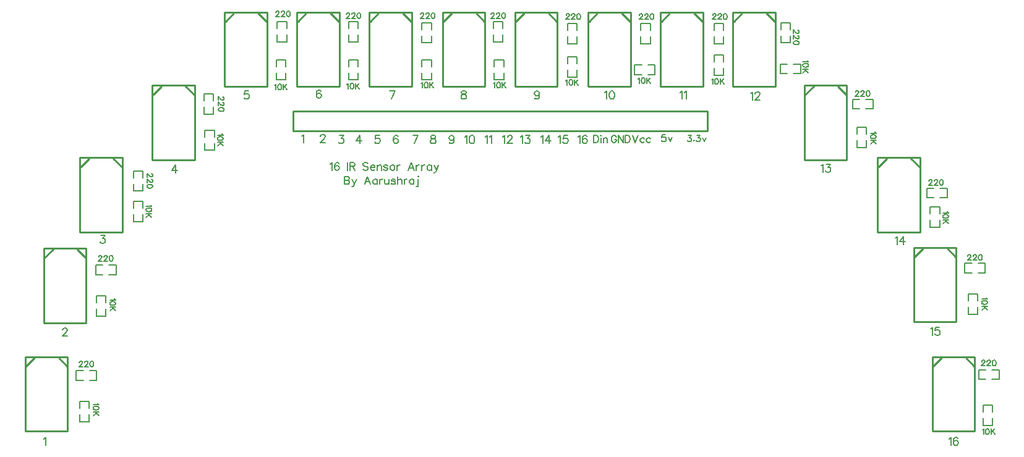
<source format=gto>
G04 Layer: TopSilkscreenLayer*
G04 EasyEDA v6.5.40, 2024-04-07 17:54:18*
G04 Gerber Generator version 0.2*
G04 Scale: 100 percent, Rotated: No, Reflected: No *
G04 Dimensions in millimeters *
G04 leading zeros omitted , absolute positions ,4 integer and 5 decimal *
%FSLAX45Y45*%
%MOMM*%

%ADD10C,0.2032*%
%ADD11C,0.1524*%
%ADD12C,0.2540*%

%LPD*%
D10*
X15595600Y7981187D02*
G01*
X15606013Y7986521D01*
X15621508Y8002015D01*
X15621508Y7893050D01*
X15854679Y7976108D02*
G01*
X15854679Y7981187D01*
X15860013Y7991602D01*
X15865093Y7996936D01*
X15875508Y8002015D01*
X15896336Y8002015D01*
X15906750Y7996936D01*
X15911829Y7991602D01*
X15917163Y7981187D01*
X15917163Y7970773D01*
X15911829Y7960360D01*
X15901670Y7944865D01*
X15849600Y7893050D01*
X15922243Y7893050D01*
X16114013Y7989315D02*
G01*
X16171163Y7989315D01*
X16139922Y7947660D01*
X16155670Y7947660D01*
X16165829Y7942579D01*
X16171163Y7937500D01*
X16176243Y7921752D01*
X16176243Y7911337D01*
X16171163Y7895844D01*
X16160750Y7885429D01*
X16145256Y7880350D01*
X16129508Y7880350D01*
X16114013Y7885429D01*
X16108679Y7890510D01*
X16103600Y7900923D01*
X16915129Y7973821D02*
G01*
X16910050Y7984236D01*
X16894556Y7989315D01*
X16884141Y7989315D01*
X16868393Y7984236D01*
X16857979Y7968487D01*
X16852900Y7942579D01*
X16852900Y7916671D01*
X16857979Y7895844D01*
X16868393Y7885429D01*
X16884141Y7880350D01*
X16889222Y7880350D01*
X16904970Y7885429D01*
X16915129Y7895844D01*
X16920463Y7911337D01*
X16920463Y7916671D01*
X16915129Y7932165D01*
X16904970Y7942579D01*
X16889222Y7947660D01*
X16884141Y7947660D01*
X16868393Y7942579D01*
X16857979Y7932165D01*
X16852900Y7916671D01*
X16661129Y7989315D02*
G01*
X16609313Y7989315D01*
X16603979Y7942579D01*
X16609313Y7947660D01*
X16624808Y7952994D01*
X16640556Y7952994D01*
X16656050Y7947660D01*
X16666463Y7937500D01*
X16671543Y7921752D01*
X16671543Y7911337D01*
X16666463Y7895844D01*
X16656050Y7885429D01*
X16640556Y7880350D01*
X16624808Y7880350D01*
X16609313Y7885429D01*
X16603979Y7890510D01*
X16598900Y7900923D01*
X16396970Y7989315D02*
G01*
X16344900Y7916671D01*
X16422877Y7916671D01*
X16396970Y7989315D02*
G01*
X16396970Y7880350D01*
X17682463Y7952994D02*
G01*
X17677129Y7937500D01*
X17666970Y7927086D01*
X17651222Y7921752D01*
X17646141Y7921752D01*
X17630393Y7927086D01*
X17619979Y7937500D01*
X17614900Y7952994D01*
X17614900Y7958073D01*
X17619979Y7973821D01*
X17630393Y7984236D01*
X17646141Y7989315D01*
X17651222Y7989315D01*
X17666970Y7984236D01*
X17677129Y7973821D01*
X17682463Y7952994D01*
X17682463Y7927086D01*
X17677129Y7900923D01*
X17666970Y7885429D01*
X17651222Y7880350D01*
X17640808Y7880350D01*
X17625313Y7885429D01*
X17619979Y7895844D01*
X17386808Y7989315D02*
G01*
X17371313Y7984236D01*
X17365979Y7973821D01*
X17365979Y7963408D01*
X17371313Y7952994D01*
X17381727Y7947660D01*
X17402556Y7942579D01*
X17418050Y7937500D01*
X17428463Y7927086D01*
X17433543Y7916671D01*
X17433543Y7900923D01*
X17428463Y7890510D01*
X17423129Y7885429D01*
X17407636Y7880350D01*
X17386808Y7880350D01*
X17371313Y7885429D01*
X17365979Y7890510D01*
X17360900Y7900923D01*
X17360900Y7916671D01*
X17365979Y7927086D01*
X17376393Y7937500D01*
X17392141Y7942579D01*
X17412970Y7947660D01*
X17423129Y7952994D01*
X17428463Y7963408D01*
X17428463Y7973821D01*
X17423129Y7984236D01*
X17407636Y7989315D01*
X17386808Y7989315D01*
X17192243Y7989315D02*
G01*
X17140427Y7880350D01*
X17119600Y7989315D02*
G01*
X17192243Y7989315D01*
X18351500Y7968487D02*
G01*
X18361913Y7973821D01*
X18377408Y7989315D01*
X18377408Y7880350D01*
X18417031Y7963408D02*
G01*
X18417031Y7968487D01*
X18422111Y7978902D01*
X18427445Y7984236D01*
X18437859Y7989315D01*
X18458434Y7989315D01*
X18468848Y7984236D01*
X18474181Y7978902D01*
X18479261Y7968487D01*
X18479261Y7958073D01*
X18474181Y7947660D01*
X18463768Y7932165D01*
X18411698Y7880350D01*
X18484595Y7880350D01*
X18110200Y7968487D02*
G01*
X18120613Y7973821D01*
X18136108Y7989315D01*
X18136108Y7880350D01*
X18170398Y7968487D02*
G01*
X18180811Y7973821D01*
X18196559Y7989315D01*
X18196559Y7880350D01*
X17830800Y7968487D02*
G01*
X17841213Y7973821D01*
X17856708Y7989315D01*
X17856708Y7880350D01*
X17922240Y7989315D02*
G01*
X17906745Y7984236D01*
X17896331Y7968487D01*
X17890998Y7942579D01*
X17890998Y7927086D01*
X17896331Y7900923D01*
X17906745Y7885429D01*
X17922240Y7880350D01*
X17932654Y7880350D01*
X17948148Y7885429D01*
X17958561Y7900923D01*
X17963895Y7927086D01*
X17963895Y7942579D01*
X17958561Y7968487D01*
X17948148Y7984236D01*
X17932654Y7989315D01*
X17922240Y7989315D01*
X19113500Y7968487D02*
G01*
X19123913Y7973821D01*
X19139408Y7989315D01*
X19139408Y7880350D01*
X19236181Y7989315D02*
G01*
X19184111Y7989315D01*
X19179031Y7942579D01*
X19184111Y7947660D01*
X19199859Y7952994D01*
X19215354Y7952994D01*
X19230848Y7947660D01*
X19241261Y7937500D01*
X19246595Y7921752D01*
X19246595Y7911337D01*
X19241261Y7895844D01*
X19230848Y7885429D01*
X19215354Y7880350D01*
X19199859Y7880350D01*
X19184111Y7885429D01*
X19179031Y7890510D01*
X19173698Y7900923D01*
X18872200Y7968487D02*
G01*
X18882613Y7973821D01*
X18898108Y7989315D01*
X18898108Y7880350D01*
X18984468Y7989315D02*
G01*
X18932398Y7916671D01*
X19010375Y7916671D01*
X18984468Y7989315D02*
G01*
X18984468Y7880350D01*
X18592800Y7968487D02*
G01*
X18603213Y7973821D01*
X18618708Y7989315D01*
X18618708Y7880350D01*
X18663411Y7989315D02*
G01*
X18720561Y7989315D01*
X18689320Y7947660D01*
X18705068Y7947660D01*
X18715481Y7942579D01*
X18720561Y7937500D01*
X18725895Y7921752D01*
X18725895Y7911337D01*
X18720561Y7895844D01*
X18710148Y7885429D01*
X18694654Y7880350D01*
X18679159Y7880350D01*
X18663411Y7885429D01*
X18658331Y7890510D01*
X18652998Y7900923D01*
X19380200Y7968487D02*
G01*
X19390613Y7973821D01*
X19406108Y7989315D01*
X19406108Y7880350D01*
X19502881Y7973821D02*
G01*
X19497548Y7984236D01*
X19482054Y7989315D01*
X19471640Y7989315D01*
X19456145Y7984236D01*
X19445731Y7968487D01*
X19440398Y7942579D01*
X19440398Y7916671D01*
X19445731Y7895844D01*
X19456145Y7885429D01*
X19471640Y7880350D01*
X19476720Y7880350D01*
X19492468Y7885429D01*
X19502881Y7895844D01*
X19507961Y7911337D01*
X19507961Y7916671D01*
X19502881Y7932165D01*
X19492468Y7942579D01*
X19476720Y7947660D01*
X19471640Y7947660D01*
X19456145Y7942579D01*
X19445731Y7932165D01*
X19440398Y7916671D01*
X19596100Y7987537D02*
G01*
X19596100Y7892034D01*
X19596100Y7987537D02*
G01*
X19627850Y7987537D01*
X19641566Y7982965D01*
X19650709Y7974076D01*
X19655281Y7964931D01*
X19659854Y7951215D01*
X19659854Y7928610D01*
X19655281Y7914894D01*
X19650709Y7905750D01*
X19641566Y7896605D01*
X19627850Y7892034D01*
X19596100Y7892034D01*
X19689825Y7987537D02*
G01*
X19694398Y7982965D01*
X19698716Y7987537D01*
X19694398Y7992110D01*
X19689825Y7987537D01*
X19694398Y7955787D02*
G01*
X19694398Y7892034D01*
X19728941Y7955787D02*
G01*
X19728941Y7892034D01*
X19728941Y7937500D02*
G01*
X19742404Y7951215D01*
X19751548Y7955787D01*
X19765263Y7955787D01*
X19774408Y7951215D01*
X19778725Y7937500D01*
X19778725Y7892034D01*
X19905472Y7964931D02*
G01*
X19901154Y7974076D01*
X19892009Y7982965D01*
X19882866Y7987537D01*
X19864577Y7987537D01*
X19855688Y7982965D01*
X19846543Y7974076D01*
X19841972Y7964931D01*
X19837400Y7951215D01*
X19837400Y7928610D01*
X19841972Y7914894D01*
X19846543Y7905750D01*
X19855688Y7896605D01*
X19864577Y7892034D01*
X19882866Y7892034D01*
X19892009Y7896605D01*
X19901154Y7905750D01*
X19905472Y7914894D01*
X19905472Y7928610D01*
X19882866Y7928610D02*
G01*
X19905472Y7928610D01*
X19935698Y7987537D02*
G01*
X19935698Y7892034D01*
X19935698Y7987537D02*
G01*
X19999198Y7892034D01*
X19999198Y7987537D02*
G01*
X19999198Y7892034D01*
X20029170Y7987537D02*
G01*
X20029170Y7892034D01*
X20029170Y7987537D02*
G01*
X20060920Y7987537D01*
X20074636Y7982965D01*
X20083779Y7974076D01*
X20088352Y7964931D01*
X20092924Y7951215D01*
X20092924Y7928610D01*
X20088352Y7914894D01*
X20083779Y7905750D01*
X20074636Y7896605D01*
X20060920Y7892034D01*
X20029170Y7892034D01*
X20129500Y7987537D02*
G01*
X20165822Y7892034D01*
X20202143Y7987537D02*
G01*
X20165822Y7892034D01*
X20286725Y7942071D02*
G01*
X20277581Y7951215D01*
X20268691Y7955787D01*
X20254975Y7955787D01*
X20245831Y7951215D01*
X20236688Y7942071D01*
X20232116Y7928610D01*
X20232116Y7919465D01*
X20236688Y7905750D01*
X20245831Y7896605D01*
X20254975Y7892034D01*
X20268691Y7892034D01*
X20277581Y7896605D01*
X20286725Y7905750D01*
X20371308Y7942071D02*
G01*
X20362163Y7951215D01*
X20353020Y7955787D01*
X20339558Y7955787D01*
X20330413Y7951215D01*
X20321270Y7942071D01*
X20316698Y7928610D01*
X20316698Y7919465D01*
X20321270Y7905750D01*
X20330413Y7896605D01*
X20339558Y7892034D01*
X20353020Y7892034D01*
X20362163Y7896605D01*
X20371308Y7905750D01*
X12065000Y3828287D02*
G01*
X12075413Y3833621D01*
X12090908Y3849115D01*
X12090908Y3740150D01*
X12324079Y5321807D02*
G01*
X12324079Y5326887D01*
X12329413Y5337302D01*
X12334493Y5342636D01*
X12344908Y5347715D01*
X12365736Y5347715D01*
X12376150Y5342636D01*
X12381229Y5337302D01*
X12386563Y5326887D01*
X12386563Y5316473D01*
X12381229Y5306060D01*
X12371070Y5290565D01*
X12319000Y5238750D01*
X12391643Y5238750D01*
X12847574Y6620002D02*
G01*
X12904724Y6620002D01*
X12873481Y6578600D01*
X12889229Y6578600D01*
X12899390Y6573265D01*
X12904724Y6568186D01*
X12909804Y6552437D01*
X12909804Y6542278D01*
X12904724Y6526529D01*
X12894309Y6516115D01*
X12878815Y6511036D01*
X12863068Y6511036D01*
X12847574Y6516115D01*
X12842240Y6521450D01*
X12837159Y6531863D01*
X13869670Y7582915D02*
G01*
X13817600Y7510271D01*
X13895577Y7510271D01*
X13869670Y7582915D02*
G01*
X13869670Y7473950D01*
X14870429Y8598915D02*
G01*
X14818613Y8598915D01*
X14813279Y8552179D01*
X14818613Y8557260D01*
X14834108Y8562594D01*
X14849856Y8562594D01*
X14865350Y8557260D01*
X14875763Y8547100D01*
X14880843Y8531352D01*
X14880843Y8520937D01*
X14875763Y8505444D01*
X14865350Y8495029D01*
X14849856Y8489950D01*
X14834108Y8489950D01*
X14818613Y8495029D01*
X14813279Y8500110D01*
X14808200Y8510524D01*
X15861029Y8596121D02*
G01*
X15855950Y8606536D01*
X15840456Y8611615D01*
X15830041Y8611615D01*
X15814293Y8606536D01*
X15803879Y8590787D01*
X15798800Y8564879D01*
X15798800Y8538971D01*
X15803879Y8518144D01*
X15814293Y8507729D01*
X15830041Y8502650D01*
X15835122Y8502650D01*
X15850870Y8507729D01*
X15861029Y8518144D01*
X15866363Y8533637D01*
X15866363Y8538971D01*
X15861029Y8554465D01*
X15850870Y8564879D01*
X15835122Y8569960D01*
X15830041Y8569960D01*
X15814293Y8564879D01*
X15803879Y8554465D01*
X15798800Y8538971D01*
X16874743Y8598915D02*
G01*
X16822927Y8489950D01*
X16802100Y8598915D02*
G01*
X16874743Y8598915D01*
X17805908Y8598915D02*
G01*
X17790413Y8593836D01*
X17785079Y8583421D01*
X17785079Y8573008D01*
X17790413Y8562594D01*
X17800827Y8557260D01*
X17821656Y8552179D01*
X17837150Y8547100D01*
X17847563Y8536686D01*
X17852643Y8526271D01*
X17852643Y8510524D01*
X17847563Y8500110D01*
X17842229Y8495029D01*
X17826736Y8489950D01*
X17805908Y8489950D01*
X17790413Y8495029D01*
X17785079Y8500110D01*
X17780000Y8510524D01*
X17780000Y8526271D01*
X17785079Y8536686D01*
X17795493Y8547100D01*
X17811241Y8552179D01*
X17832070Y8557260D01*
X17842229Y8562594D01*
X17847563Y8573008D01*
X17847563Y8583421D01*
X17842229Y8593836D01*
X17826736Y8598915D01*
X17805908Y8598915D01*
X18850863Y8562594D02*
G01*
X18845529Y8547100D01*
X18835370Y8536686D01*
X18819622Y8531352D01*
X18814541Y8531352D01*
X18798793Y8536686D01*
X18788379Y8547100D01*
X18783300Y8562594D01*
X18783300Y8567674D01*
X18788379Y8583421D01*
X18798793Y8593836D01*
X18814541Y8598915D01*
X18819622Y8598915D01*
X18835370Y8593836D01*
X18845529Y8583421D01*
X18850863Y8562594D01*
X18850863Y8536686D01*
X18845529Y8510524D01*
X18835370Y8495029D01*
X18819622Y8489950D01*
X18809208Y8489950D01*
X18793713Y8495029D01*
X18788379Y8505444D01*
X19748500Y8578087D02*
G01*
X19758913Y8583421D01*
X19774408Y8598915D01*
X19774408Y8489950D01*
X19839940Y8598915D02*
G01*
X19824445Y8593836D01*
X19814031Y8578087D01*
X19808698Y8552179D01*
X19808698Y8536686D01*
X19814031Y8510524D01*
X19824445Y8495029D01*
X19839940Y8489950D01*
X19850354Y8489950D01*
X19865848Y8495029D01*
X19876261Y8510524D01*
X19881595Y8536686D01*
X19881595Y8552179D01*
X19876261Y8578087D01*
X19865848Y8593836D01*
X19850354Y8598915D01*
X19839940Y8598915D01*
X20777200Y8578087D02*
G01*
X20787613Y8583421D01*
X20803108Y8598915D01*
X20803108Y8489950D01*
X20837398Y8578087D02*
G01*
X20847811Y8583421D01*
X20863559Y8598915D01*
X20863559Y8489950D01*
X21742400Y8565387D02*
G01*
X21752813Y8570721D01*
X21768308Y8586215D01*
X21768308Y8477250D01*
X21807931Y8560308D02*
G01*
X21807931Y8565387D01*
X21813011Y8575802D01*
X21818345Y8581136D01*
X21828759Y8586215D01*
X21849334Y8586215D01*
X21859748Y8581136D01*
X21865081Y8575802D01*
X21870161Y8565387D01*
X21870161Y8554974D01*
X21865081Y8544560D01*
X21854668Y8529065D01*
X21802598Y8477250D01*
X21875495Y8477250D01*
X22707600Y7574787D02*
G01*
X22718013Y7580121D01*
X22733508Y7595615D01*
X22733508Y7486650D01*
X22778211Y7595615D02*
G01*
X22835361Y7595615D01*
X22804120Y7553960D01*
X22819868Y7553960D01*
X22830281Y7548879D01*
X22835361Y7543800D01*
X22840695Y7528052D01*
X22840695Y7517637D01*
X22835361Y7502144D01*
X22824948Y7491729D01*
X22809454Y7486650D01*
X22793959Y7486650D01*
X22778211Y7491729D01*
X22773131Y7496810D01*
X22767798Y7507223D01*
X23723600Y6584187D02*
G01*
X23734013Y6589521D01*
X23749508Y6605015D01*
X23749508Y6496050D01*
X23835868Y6605015D02*
G01*
X23783798Y6532371D01*
X23861775Y6532371D01*
X23835868Y6605015D02*
G01*
X23835868Y6496050D01*
X24206200Y5339587D02*
G01*
X24216613Y5344921D01*
X24232108Y5360415D01*
X24232108Y5251450D01*
X24328881Y5360415D02*
G01*
X24276811Y5360415D01*
X24271731Y5313679D01*
X24276811Y5318760D01*
X24292559Y5324094D01*
X24308054Y5324094D01*
X24323548Y5318760D01*
X24333961Y5308600D01*
X24339295Y5292852D01*
X24339295Y5282437D01*
X24333961Y5266944D01*
X24323548Y5256529D01*
X24308054Y5251450D01*
X24292559Y5251450D01*
X24276811Y5256529D01*
X24271731Y5261610D01*
X24266398Y5272023D01*
X24460200Y3828287D02*
G01*
X24470613Y3833621D01*
X24486108Y3849115D01*
X24486108Y3740150D01*
X24582881Y3833621D02*
G01*
X24577548Y3844036D01*
X24562054Y3849115D01*
X24551640Y3849115D01*
X24536145Y3844036D01*
X24525731Y3828287D01*
X24520398Y3802379D01*
X24520398Y3776471D01*
X24525731Y3755644D01*
X24536145Y3745229D01*
X24551640Y3740150D01*
X24556720Y3740150D01*
X24572468Y3745229D01*
X24582881Y3755644D01*
X24587961Y3771137D01*
X24587961Y3776471D01*
X24582881Y3791965D01*
X24572468Y3802379D01*
X24556720Y3807460D01*
X24551640Y3807460D01*
X24536145Y3802379D01*
X24525731Y3791965D01*
X24520398Y3776471D01*
D11*
X12817856Y6323584D02*
G01*
X12817856Y6327394D01*
X12821665Y6334505D01*
X12825222Y6338315D01*
X12832588Y6341871D01*
X12847065Y6341871D01*
X12854177Y6338315D01*
X12857988Y6334505D01*
X12861543Y6327394D01*
X12861543Y6320028D01*
X12857988Y6312662D01*
X12850622Y6301739D01*
X12814300Y6265418D01*
X12865100Y6265418D01*
X12892786Y6323584D02*
G01*
X12892786Y6327394D01*
X12896595Y6334505D01*
X12900152Y6338315D01*
X12907263Y6341871D01*
X12921995Y6341871D01*
X12929108Y6338315D01*
X12932918Y6334505D01*
X12936474Y6327394D01*
X12936474Y6320028D01*
X12932918Y6312662D01*
X12925552Y6301739D01*
X12889229Y6265418D01*
X12940029Y6265418D01*
X12986004Y6341871D02*
G01*
X12975081Y6338315D01*
X12967715Y6327394D01*
X12964159Y6309105D01*
X12964159Y6298184D01*
X12967715Y6279895D01*
X12975081Y6268973D01*
X12986004Y6265418D01*
X12993115Y6265418D01*
X13004038Y6268973D01*
X13011404Y6279895D01*
X13014959Y6298184D01*
X13014959Y6309105D01*
X13011404Y6327394D01*
X13004038Y6338315D01*
X12993115Y6341871D01*
X12986004Y6341871D01*
X13537184Y7464044D02*
G01*
X13540993Y7464044D01*
X13548106Y7460234D01*
X13551916Y7456678D01*
X13555472Y7449312D01*
X13555472Y7434834D01*
X13551916Y7427721D01*
X13548106Y7423912D01*
X13540993Y7420355D01*
X13533627Y7420355D01*
X13526261Y7423912D01*
X13515340Y7431278D01*
X13479018Y7467600D01*
X13479018Y7416800D01*
X13537184Y7389113D02*
G01*
X13540993Y7389113D01*
X13548106Y7385304D01*
X13551916Y7381747D01*
X13555472Y7374636D01*
X13555472Y7359904D01*
X13551916Y7352792D01*
X13548106Y7348981D01*
X13540993Y7345426D01*
X13533627Y7345426D01*
X13526261Y7348981D01*
X13515340Y7356347D01*
X13479018Y7392670D01*
X13479018Y7341870D01*
X13555472Y7295895D02*
G01*
X13551916Y7306818D01*
X13540993Y7314184D01*
X13522706Y7317739D01*
X13511784Y7317739D01*
X13493495Y7314184D01*
X13482574Y7306818D01*
X13479018Y7295895D01*
X13479018Y7288784D01*
X13482574Y7277862D01*
X13493495Y7270495D01*
X13511784Y7266939D01*
X13522706Y7266939D01*
X13540993Y7270495D01*
X13551916Y7277862D01*
X13555472Y7288784D01*
X13555472Y7295895D01*
X14515084Y8518144D02*
G01*
X14518893Y8518144D01*
X14526006Y8514334D01*
X14529816Y8510778D01*
X14533372Y8503412D01*
X14533372Y8488934D01*
X14529816Y8481821D01*
X14526006Y8478012D01*
X14518893Y8474455D01*
X14511527Y8474455D01*
X14504161Y8478012D01*
X14493240Y8485378D01*
X14456918Y8521700D01*
X14456918Y8470900D01*
X14515084Y8443213D02*
G01*
X14518893Y8443213D01*
X14526006Y8439404D01*
X14529816Y8435847D01*
X14533372Y8428736D01*
X14533372Y8414004D01*
X14529816Y8406892D01*
X14526006Y8403081D01*
X14518893Y8399526D01*
X14511527Y8399526D01*
X14504161Y8403081D01*
X14493240Y8410447D01*
X14456918Y8446770D01*
X14456918Y8395970D01*
X14533372Y8349995D02*
G01*
X14529816Y8360918D01*
X14518893Y8368284D01*
X14500606Y8371839D01*
X14489684Y8371839D01*
X14471395Y8368284D01*
X14460474Y8360918D01*
X14456918Y8349995D01*
X14456918Y8342884D01*
X14460474Y8331962D01*
X14471395Y8324595D01*
X14489684Y8321039D01*
X14500606Y8321039D01*
X14518893Y8324595D01*
X14529816Y8331962D01*
X14533372Y8342884D01*
X14533372Y8349995D01*
X15243556Y9676384D02*
G01*
X15243556Y9680194D01*
X15247366Y9687305D01*
X15250922Y9691115D01*
X15258288Y9694671D01*
X15272766Y9694671D01*
X15279877Y9691115D01*
X15283688Y9687305D01*
X15287243Y9680194D01*
X15287243Y9672828D01*
X15283688Y9665462D01*
X15276322Y9654539D01*
X15240000Y9618218D01*
X15290800Y9618218D01*
X15318486Y9676384D02*
G01*
X15318486Y9680194D01*
X15322295Y9687305D01*
X15325852Y9691115D01*
X15332963Y9694671D01*
X15347695Y9694671D01*
X15354808Y9691115D01*
X15358618Y9687305D01*
X15362174Y9680194D01*
X15362174Y9672828D01*
X15358618Y9665462D01*
X15351252Y9654539D01*
X15314929Y9618218D01*
X15365729Y9618218D01*
X15411704Y9694671D02*
G01*
X15400781Y9691115D01*
X15393416Y9680194D01*
X15389859Y9661905D01*
X15389859Y9650984D01*
X15393416Y9632695D01*
X15400781Y9621774D01*
X15411704Y9618218D01*
X15418816Y9618218D01*
X15429738Y9621774D01*
X15437104Y9632695D01*
X15440659Y9650984D01*
X15440659Y9661905D01*
X15437104Y9680194D01*
X15429738Y9691115D01*
X15418816Y9694671D01*
X15411704Y9694671D01*
X16208756Y9650984D02*
G01*
X16208756Y9654794D01*
X16212566Y9661905D01*
X16216122Y9665715D01*
X16223488Y9669271D01*
X16237966Y9669271D01*
X16245077Y9665715D01*
X16248888Y9661905D01*
X16252443Y9654794D01*
X16252443Y9647428D01*
X16248888Y9640062D01*
X16241522Y9629139D01*
X16205200Y9592818D01*
X16256000Y9592818D01*
X16283686Y9650984D02*
G01*
X16283686Y9654794D01*
X16287495Y9661905D01*
X16291052Y9665715D01*
X16298163Y9669271D01*
X16312895Y9669271D01*
X16320008Y9665715D01*
X16323818Y9661905D01*
X16327374Y9654794D01*
X16327374Y9647428D01*
X16323818Y9640062D01*
X16316452Y9629139D01*
X16280129Y9592818D01*
X16330929Y9592818D01*
X16376904Y9669271D02*
G01*
X16365981Y9665715D01*
X16358616Y9654794D01*
X16355059Y9636505D01*
X16355059Y9625584D01*
X16358616Y9607295D01*
X16365981Y9596374D01*
X16376904Y9592818D01*
X16384016Y9592818D01*
X16394938Y9596374D01*
X16402304Y9607295D01*
X16405859Y9625584D01*
X16405859Y9636505D01*
X16402304Y9654794D01*
X16394938Y9665715D01*
X16384016Y9669271D01*
X16376904Y9669271D01*
X17224756Y9650984D02*
G01*
X17224756Y9654794D01*
X17228566Y9661905D01*
X17232122Y9665715D01*
X17239488Y9669271D01*
X17253966Y9669271D01*
X17261077Y9665715D01*
X17264888Y9661905D01*
X17268443Y9654794D01*
X17268443Y9647428D01*
X17264888Y9640062D01*
X17257522Y9629139D01*
X17221200Y9592818D01*
X17272000Y9592818D01*
X17299686Y9650984D02*
G01*
X17299686Y9654794D01*
X17303495Y9661905D01*
X17307052Y9665715D01*
X17314163Y9669271D01*
X17328895Y9669271D01*
X17336008Y9665715D01*
X17339818Y9661905D01*
X17343374Y9654794D01*
X17343374Y9647428D01*
X17339818Y9640062D01*
X17332452Y9629139D01*
X17296129Y9592818D01*
X17346929Y9592818D01*
X17392904Y9669271D02*
G01*
X17381981Y9665715D01*
X17374616Y9654794D01*
X17371059Y9636505D01*
X17371059Y9625584D01*
X17374616Y9607295D01*
X17381981Y9596374D01*
X17392904Y9592818D01*
X17400016Y9592818D01*
X17410938Y9596374D01*
X17418304Y9607295D01*
X17421859Y9625584D01*
X17421859Y9636505D01*
X17418304Y9654794D01*
X17410938Y9665715D01*
X17400016Y9669271D01*
X17392904Y9669271D01*
X18189956Y9650984D02*
G01*
X18189956Y9654794D01*
X18193766Y9661905D01*
X18197322Y9665715D01*
X18204688Y9669271D01*
X18219166Y9669271D01*
X18226277Y9665715D01*
X18230088Y9661905D01*
X18233643Y9654794D01*
X18233643Y9647428D01*
X18230088Y9640062D01*
X18222722Y9629139D01*
X18186400Y9592818D01*
X18237200Y9592818D01*
X18264886Y9650984D02*
G01*
X18264886Y9654794D01*
X18268695Y9661905D01*
X18272252Y9665715D01*
X18279363Y9669271D01*
X18294095Y9669271D01*
X18301208Y9665715D01*
X18305018Y9661905D01*
X18308574Y9654794D01*
X18308574Y9647428D01*
X18305018Y9640062D01*
X18297652Y9629139D01*
X18261329Y9592818D01*
X18312129Y9592818D01*
X18358104Y9669271D02*
G01*
X18347181Y9665715D01*
X18339816Y9654794D01*
X18336259Y9636505D01*
X18336259Y9625584D01*
X18339816Y9607295D01*
X18347181Y9596374D01*
X18358104Y9592818D01*
X18365216Y9592818D01*
X18376138Y9596374D01*
X18383504Y9607295D01*
X18387059Y9625584D01*
X18387059Y9636505D01*
X18383504Y9654794D01*
X18376138Y9665715D01*
X18365216Y9669271D01*
X18358104Y9669271D01*
X19218656Y9638284D02*
G01*
X19218656Y9642094D01*
X19222466Y9649205D01*
X19226022Y9653015D01*
X19233388Y9656571D01*
X19247866Y9656571D01*
X19254977Y9653015D01*
X19258788Y9649205D01*
X19262343Y9642094D01*
X19262343Y9634728D01*
X19258788Y9627362D01*
X19251422Y9616439D01*
X19215100Y9580118D01*
X19265900Y9580118D01*
X19293586Y9638284D02*
G01*
X19293586Y9642094D01*
X19297395Y9649205D01*
X19300952Y9653015D01*
X19308063Y9656571D01*
X19322795Y9656571D01*
X19329908Y9653015D01*
X19333718Y9649205D01*
X19337274Y9642094D01*
X19337274Y9634728D01*
X19333718Y9627362D01*
X19326352Y9616439D01*
X19290029Y9580118D01*
X19340829Y9580118D01*
X19386804Y9656571D02*
G01*
X19375881Y9653015D01*
X19368516Y9642094D01*
X19364959Y9623805D01*
X19364959Y9612884D01*
X19368516Y9594595D01*
X19375881Y9583674D01*
X19386804Y9580118D01*
X19393916Y9580118D01*
X19404838Y9583674D01*
X19412204Y9594595D01*
X19415759Y9612884D01*
X19415759Y9623805D01*
X19412204Y9642094D01*
X19404838Y9653015D01*
X19393916Y9656571D01*
X19386804Y9656571D01*
X20221956Y9638284D02*
G01*
X20221956Y9642094D01*
X20225766Y9649205D01*
X20229322Y9653015D01*
X20236688Y9656571D01*
X20251166Y9656571D01*
X20258277Y9653015D01*
X20262088Y9649205D01*
X20265643Y9642094D01*
X20265643Y9634728D01*
X20262088Y9627362D01*
X20254722Y9616439D01*
X20218400Y9580118D01*
X20269200Y9580118D01*
X20296886Y9638284D02*
G01*
X20296886Y9642094D01*
X20300695Y9649205D01*
X20304252Y9653015D01*
X20311363Y9656571D01*
X20326095Y9656571D01*
X20333208Y9653015D01*
X20337018Y9649205D01*
X20340574Y9642094D01*
X20340574Y9634728D01*
X20337018Y9627362D01*
X20329652Y9616439D01*
X20293329Y9580118D01*
X20344129Y9580118D01*
X20390104Y9656571D02*
G01*
X20379181Y9653015D01*
X20371816Y9642094D01*
X20368259Y9623805D01*
X20368259Y9612884D01*
X20371816Y9594595D01*
X20379181Y9583674D01*
X20390104Y9580118D01*
X20397216Y9580118D01*
X20408138Y9583674D01*
X20415504Y9594595D01*
X20419059Y9612884D01*
X20419059Y9623805D01*
X20415504Y9642094D01*
X20408138Y9653015D01*
X20397216Y9656571D01*
X20390104Y9656571D01*
X21225256Y9638284D02*
G01*
X21225256Y9642094D01*
X21229066Y9649205D01*
X21232622Y9653015D01*
X21239988Y9656571D01*
X21254466Y9656571D01*
X21261577Y9653015D01*
X21265388Y9649205D01*
X21268943Y9642094D01*
X21268943Y9634728D01*
X21265388Y9627362D01*
X21258022Y9616439D01*
X21221700Y9580118D01*
X21272500Y9580118D01*
X21300186Y9638284D02*
G01*
X21300186Y9642094D01*
X21303995Y9649205D01*
X21307552Y9653015D01*
X21314663Y9656571D01*
X21329395Y9656571D01*
X21336508Y9653015D01*
X21340318Y9649205D01*
X21343874Y9642094D01*
X21343874Y9634728D01*
X21340318Y9627362D01*
X21332952Y9616439D01*
X21296629Y9580118D01*
X21347429Y9580118D01*
X21393404Y9656571D02*
G01*
X21382481Y9653015D01*
X21375116Y9642094D01*
X21371559Y9623805D01*
X21371559Y9612884D01*
X21375116Y9594595D01*
X21382481Y9583674D01*
X21393404Y9580118D01*
X21400516Y9580118D01*
X21411438Y9583674D01*
X21418804Y9594595D01*
X21422359Y9612884D01*
X21422359Y9623805D01*
X21418804Y9642094D01*
X21411438Y9653015D01*
X21400516Y9656571D01*
X21393404Y9656571D01*
X22389084Y9432544D02*
G01*
X22392893Y9432544D01*
X22400006Y9428734D01*
X22403816Y9425178D01*
X22407372Y9417812D01*
X22407372Y9403334D01*
X22403816Y9396221D01*
X22400006Y9392412D01*
X22392893Y9388855D01*
X22385527Y9388855D01*
X22378161Y9392412D01*
X22367240Y9399778D01*
X22330918Y9436100D01*
X22330918Y9385300D01*
X22389084Y9357613D02*
G01*
X22392893Y9357613D01*
X22400006Y9353804D01*
X22403816Y9350247D01*
X22407372Y9343136D01*
X22407372Y9328404D01*
X22403816Y9321292D01*
X22400006Y9317481D01*
X22392893Y9313926D01*
X22385527Y9313926D01*
X22378161Y9317481D01*
X22367240Y9324847D01*
X22330918Y9361170D01*
X22330918Y9310370D01*
X22407372Y9264395D02*
G01*
X22403816Y9275318D01*
X22392893Y9282684D01*
X22374606Y9286239D01*
X22363684Y9286239D01*
X22345395Y9282684D01*
X22334474Y9275318D01*
X22330918Y9264395D01*
X22330918Y9257284D01*
X22334474Y9246362D01*
X22345395Y9238995D01*
X22363684Y9235439D01*
X22374606Y9235439D01*
X22392893Y9238995D01*
X22403816Y9246362D01*
X22407372Y9257284D01*
X22407372Y9264395D01*
X23181056Y8584184D02*
G01*
X23181056Y8587994D01*
X23184866Y8595105D01*
X23188422Y8598915D01*
X23195788Y8602471D01*
X23210266Y8602471D01*
X23217377Y8598915D01*
X23221188Y8595105D01*
X23224743Y8587994D01*
X23224743Y8580628D01*
X23221188Y8573262D01*
X23213822Y8562339D01*
X23177500Y8526018D01*
X23228300Y8526018D01*
X23255986Y8584184D02*
G01*
X23255986Y8587994D01*
X23259795Y8595105D01*
X23263352Y8598915D01*
X23270463Y8602471D01*
X23285195Y8602471D01*
X23292308Y8598915D01*
X23296118Y8595105D01*
X23299674Y8587994D01*
X23299674Y8580628D01*
X23296118Y8573262D01*
X23288752Y8562339D01*
X23252429Y8526018D01*
X23303229Y8526018D01*
X23349204Y8602471D02*
G01*
X23338281Y8598915D01*
X23330916Y8587994D01*
X23327359Y8569705D01*
X23327359Y8558784D01*
X23330916Y8540495D01*
X23338281Y8529574D01*
X23349204Y8526018D01*
X23356316Y8526018D01*
X23367238Y8529574D01*
X23374604Y8540495D01*
X23378159Y8558784D01*
X23378159Y8569705D01*
X23374604Y8587994D01*
X23367238Y8598915D01*
X23356316Y8602471D01*
X23349204Y8602471D01*
X24908256Y4888484D02*
G01*
X24908256Y4892294D01*
X24912066Y4899405D01*
X24915622Y4903215D01*
X24922988Y4906771D01*
X24937466Y4906771D01*
X24944577Y4903215D01*
X24948388Y4899405D01*
X24951943Y4892294D01*
X24951943Y4884928D01*
X24948388Y4877562D01*
X24941022Y4866639D01*
X24904700Y4830318D01*
X24955500Y4830318D01*
X24983186Y4888484D02*
G01*
X24983186Y4892294D01*
X24986995Y4899405D01*
X24990552Y4903215D01*
X24997663Y4906771D01*
X25012395Y4906771D01*
X25019508Y4903215D01*
X25023318Y4899405D01*
X25026874Y4892294D01*
X25026874Y4884928D01*
X25023318Y4877562D01*
X25015952Y4866639D01*
X24979629Y4830318D01*
X25030429Y4830318D01*
X25076404Y4906771D02*
G01*
X25065481Y4903215D01*
X25058116Y4892294D01*
X25054559Y4874005D01*
X25054559Y4863084D01*
X25058116Y4844795D01*
X25065481Y4833873D01*
X25076404Y4830318D01*
X25083516Y4830318D01*
X25094438Y4833873D01*
X25101804Y4844795D01*
X25105359Y4863084D01*
X25105359Y4874005D01*
X25101804Y4892294D01*
X25094438Y4903215D01*
X25083516Y4906771D01*
X25076404Y4906771D01*
X24717756Y6336284D02*
G01*
X24717756Y6340094D01*
X24721566Y6347205D01*
X24725122Y6351015D01*
X24732488Y6354571D01*
X24746966Y6354571D01*
X24754077Y6351015D01*
X24757888Y6347205D01*
X24761443Y6340094D01*
X24761443Y6332728D01*
X24757888Y6325362D01*
X24750522Y6314439D01*
X24714200Y6278118D01*
X24765000Y6278118D01*
X24792686Y6336284D02*
G01*
X24792686Y6340094D01*
X24796495Y6347205D01*
X24800052Y6351015D01*
X24807163Y6354571D01*
X24821895Y6354571D01*
X24829008Y6351015D01*
X24832818Y6347205D01*
X24836374Y6340094D01*
X24836374Y6332728D01*
X24832818Y6325362D01*
X24825452Y6314439D01*
X24789129Y6278118D01*
X24839929Y6278118D01*
X24885904Y6354571D02*
G01*
X24874981Y6351015D01*
X24867616Y6340094D01*
X24864059Y6321805D01*
X24864059Y6310884D01*
X24867616Y6292595D01*
X24874981Y6281673D01*
X24885904Y6278118D01*
X24893016Y6278118D01*
X24903938Y6281673D01*
X24911304Y6292595D01*
X24914859Y6310884D01*
X24914859Y6321805D01*
X24911304Y6340094D01*
X24903938Y6351015D01*
X24893016Y6354571D01*
X24885904Y6354571D01*
X24184356Y7364984D02*
G01*
X24184356Y7368794D01*
X24188166Y7375905D01*
X24191722Y7379715D01*
X24199088Y7383271D01*
X24213566Y7383271D01*
X24220677Y7379715D01*
X24224488Y7375905D01*
X24228043Y7368794D01*
X24228043Y7361428D01*
X24224488Y7354062D01*
X24217122Y7343139D01*
X24180800Y7306818D01*
X24231600Y7306818D01*
X24259286Y7364984D02*
G01*
X24259286Y7368794D01*
X24263095Y7375905D01*
X24266652Y7379715D01*
X24273763Y7383271D01*
X24288495Y7383271D01*
X24295608Y7379715D01*
X24299418Y7375905D01*
X24302974Y7368794D01*
X24302974Y7361428D01*
X24299418Y7354062D01*
X24292052Y7343139D01*
X24255729Y7306818D01*
X24306529Y7306818D01*
X24352504Y7383271D02*
G01*
X24341581Y7379715D01*
X24334216Y7368794D01*
X24330659Y7350505D01*
X24330659Y7339584D01*
X24334216Y7321295D01*
X24341581Y7310373D01*
X24352504Y7306818D01*
X24359616Y7306818D01*
X24370538Y7310373D01*
X24377904Y7321295D01*
X24381459Y7339584D01*
X24381459Y7350505D01*
X24377904Y7368794D01*
X24370538Y7379715D01*
X24359616Y7383271D01*
X24352504Y7383271D01*
X13032993Y5753100D02*
G01*
X13036550Y5745734D01*
X13047472Y5734812D01*
X12971018Y5734812D01*
X13047472Y5689092D02*
G01*
X13043915Y5700013D01*
X13032993Y5707379D01*
X13014706Y5710936D01*
X13003784Y5710936D01*
X12985495Y5707379D01*
X12974574Y5700013D01*
X12971018Y5689092D01*
X12971018Y5681726D01*
X12974574Y5670804D01*
X12985495Y5663692D01*
X13003784Y5660136D01*
X13014706Y5660136D01*
X13032993Y5663692D01*
X13043915Y5670804D01*
X13047472Y5681726D01*
X13047472Y5689092D01*
X13047472Y5636005D02*
G01*
X12971018Y5636005D01*
X13047472Y5585205D02*
G01*
X12996418Y5636005D01*
X13014706Y5617718D02*
G01*
X12971018Y5585205D01*
X16217900Y8689594D02*
G01*
X16225266Y8693150D01*
X16236188Y8704071D01*
X16236188Y8627618D01*
X16281908Y8704071D02*
G01*
X16270986Y8700515D01*
X16263620Y8689594D01*
X16260063Y8671305D01*
X16260063Y8660384D01*
X16263620Y8642095D01*
X16270986Y8631174D01*
X16281908Y8627618D01*
X16289274Y8627618D01*
X16300195Y8631174D01*
X16307308Y8642095D01*
X16310863Y8660384D01*
X16310863Y8671305D01*
X16307308Y8689594D01*
X16300195Y8700515D01*
X16289274Y8704071D01*
X16281908Y8704071D01*
X16334993Y8704071D02*
G01*
X16334993Y8627618D01*
X16385793Y8704071D02*
G01*
X16334993Y8653018D01*
X16353281Y8671305D02*
G01*
X16385793Y8627618D01*
X15227300Y8676894D02*
G01*
X15234666Y8680450D01*
X15245588Y8691371D01*
X15245588Y8614918D01*
X15291308Y8691371D02*
G01*
X15280386Y8687815D01*
X15273020Y8676894D01*
X15269463Y8658605D01*
X15269463Y8647684D01*
X15273020Y8629395D01*
X15280386Y8618474D01*
X15291308Y8614918D01*
X15298674Y8614918D01*
X15309595Y8618474D01*
X15316708Y8629395D01*
X15320263Y8647684D01*
X15320263Y8658605D01*
X15316708Y8676894D01*
X15309595Y8687815D01*
X15298674Y8691371D01*
X15291308Y8691371D01*
X15344393Y8691371D02*
G01*
X15344393Y8614918D01*
X15395193Y8691371D02*
G01*
X15344393Y8640318D01*
X15362681Y8658605D02*
G01*
X15395193Y8614918D01*
X14506193Y8013700D02*
G01*
X14509750Y8006334D01*
X14520672Y7995412D01*
X14444218Y7995412D01*
X14520672Y7949692D02*
G01*
X14517116Y7960613D01*
X14506193Y7967979D01*
X14487906Y7971536D01*
X14476984Y7971536D01*
X14458695Y7967979D01*
X14447774Y7960613D01*
X14444218Y7949692D01*
X14444218Y7942326D01*
X14447774Y7931404D01*
X14458695Y7924292D01*
X14476984Y7920736D01*
X14487906Y7920736D01*
X14506193Y7924292D01*
X14517116Y7931404D01*
X14520672Y7942326D01*
X14520672Y7949692D01*
X14520672Y7896605D02*
G01*
X14444218Y7896605D01*
X14520672Y7845805D02*
G01*
X14469618Y7896605D01*
X14487906Y7878318D02*
G01*
X14444218Y7845805D01*
X13528293Y7035800D02*
G01*
X13531850Y7028434D01*
X13542772Y7017512D01*
X13466318Y7017512D01*
X13542772Y6971792D02*
G01*
X13539216Y6982713D01*
X13528293Y6990079D01*
X13510006Y6993636D01*
X13499084Y6993636D01*
X13480795Y6990079D01*
X13469874Y6982713D01*
X13466318Y6971792D01*
X13466318Y6964426D01*
X13469874Y6953504D01*
X13480795Y6946392D01*
X13499084Y6942836D01*
X13510006Y6942836D01*
X13528293Y6946392D01*
X13539216Y6953504D01*
X13542772Y6964426D01*
X13542772Y6971792D01*
X13542772Y6918705D02*
G01*
X13466318Y6918705D01*
X13542772Y6867905D02*
G01*
X13491718Y6918705D01*
X13510006Y6900418D02*
G01*
X13466318Y6867905D01*
X17233900Y8702294D02*
G01*
X17241266Y8705850D01*
X17252188Y8716771D01*
X17252188Y8640318D01*
X17297908Y8716771D02*
G01*
X17286986Y8713215D01*
X17279620Y8702294D01*
X17276063Y8684005D01*
X17276063Y8673084D01*
X17279620Y8654795D01*
X17286986Y8643874D01*
X17297908Y8640318D01*
X17305274Y8640318D01*
X17316195Y8643874D01*
X17323308Y8654795D01*
X17326863Y8673084D01*
X17326863Y8684005D01*
X17323308Y8702294D01*
X17316195Y8713215D01*
X17305274Y8716771D01*
X17297908Y8716771D01*
X17350993Y8716771D02*
G01*
X17350993Y8640318D01*
X17401793Y8716771D02*
G01*
X17350993Y8665718D01*
X17369281Y8684005D02*
G01*
X17401793Y8640318D01*
X18224500Y8702294D02*
G01*
X18231866Y8705850D01*
X18242788Y8716771D01*
X18242788Y8640318D01*
X18288508Y8716771D02*
G01*
X18277586Y8713215D01*
X18270220Y8702294D01*
X18266663Y8684005D01*
X18266663Y8673084D01*
X18270220Y8654795D01*
X18277586Y8643874D01*
X18288508Y8640318D01*
X18295874Y8640318D01*
X18306795Y8643874D01*
X18313908Y8654795D01*
X18317463Y8673084D01*
X18317463Y8684005D01*
X18313908Y8702294D01*
X18306795Y8713215D01*
X18295874Y8716771D01*
X18288508Y8716771D01*
X18341593Y8716771D02*
G01*
X18341593Y8640318D01*
X18392393Y8716771D02*
G01*
X18341593Y8665718D01*
X18359881Y8684005D02*
G01*
X18392393Y8640318D01*
X19215100Y8740394D02*
G01*
X19222466Y8743950D01*
X19233388Y8754871D01*
X19233388Y8678418D01*
X19279108Y8754871D02*
G01*
X19268186Y8751315D01*
X19260820Y8740394D01*
X19257263Y8722105D01*
X19257263Y8711184D01*
X19260820Y8692895D01*
X19268186Y8681974D01*
X19279108Y8678418D01*
X19286474Y8678418D01*
X19297395Y8681974D01*
X19304508Y8692895D01*
X19308063Y8711184D01*
X19308063Y8722105D01*
X19304508Y8740394D01*
X19297395Y8751315D01*
X19286474Y8754871D01*
X19279108Y8754871D01*
X19332193Y8754871D02*
G01*
X19332193Y8678418D01*
X19382993Y8754871D02*
G01*
X19332193Y8703818D01*
X19350481Y8722105D02*
G01*
X19382993Y8678418D01*
X20205700Y8765794D02*
G01*
X20213066Y8769350D01*
X20223988Y8780271D01*
X20223988Y8703818D01*
X20269708Y8780271D02*
G01*
X20258786Y8776715D01*
X20251420Y8765794D01*
X20247863Y8747505D01*
X20247863Y8736584D01*
X20251420Y8718295D01*
X20258786Y8707374D01*
X20269708Y8703818D01*
X20277074Y8703818D01*
X20287995Y8707374D01*
X20295108Y8718295D01*
X20298663Y8736584D01*
X20298663Y8747505D01*
X20295108Y8765794D01*
X20287995Y8776715D01*
X20277074Y8780271D01*
X20269708Y8780271D01*
X20322793Y8780271D02*
G01*
X20322793Y8703818D01*
X20373593Y8780271D02*
G01*
X20322793Y8729218D01*
X20341081Y8747505D02*
G01*
X20373593Y8703818D01*
X21209000Y8753094D02*
G01*
X21216366Y8756650D01*
X21227288Y8767571D01*
X21227288Y8691118D01*
X21273008Y8767571D02*
G01*
X21262086Y8764015D01*
X21254720Y8753094D01*
X21251163Y8734805D01*
X21251163Y8723884D01*
X21254720Y8705595D01*
X21262086Y8694674D01*
X21273008Y8691118D01*
X21280374Y8691118D01*
X21291295Y8694674D01*
X21298408Y8705595D01*
X21301963Y8723884D01*
X21301963Y8734805D01*
X21298408Y8753094D01*
X21291295Y8764015D01*
X21280374Y8767571D01*
X21273008Y8767571D01*
X21326093Y8767571D02*
G01*
X21326093Y8691118D01*
X21376893Y8767571D02*
G01*
X21326093Y8716518D01*
X21344381Y8734805D02*
G01*
X21376893Y8691118D01*
X22519893Y9017000D02*
G01*
X22523450Y9009634D01*
X22534372Y8998712D01*
X22457918Y8998712D01*
X22534372Y8952992D02*
G01*
X22530816Y8963913D01*
X22519893Y8971279D01*
X22501606Y8974836D01*
X22490684Y8974836D01*
X22472395Y8971279D01*
X22461474Y8963913D01*
X22457918Y8952992D01*
X22457918Y8945626D01*
X22461474Y8934704D01*
X22472395Y8927592D01*
X22490684Y8924036D01*
X22501606Y8924036D01*
X22519893Y8927592D01*
X22530816Y8934704D01*
X22534372Y8945626D01*
X22534372Y8952992D01*
X22534372Y8899905D02*
G01*
X22457918Y8899905D01*
X22534372Y8849105D02*
G01*
X22483318Y8899905D01*
X22501606Y8881618D02*
G01*
X22457918Y8849105D01*
X23446991Y8039092D02*
G01*
X23450547Y8031726D01*
X23461469Y8020804D01*
X23385015Y8020804D01*
X23461469Y7975084D02*
G01*
X23457913Y7986006D01*
X23446991Y7993372D01*
X23428703Y7996928D01*
X23417781Y7996928D01*
X23399493Y7993372D01*
X23388571Y7986006D01*
X23385015Y7975084D01*
X23385015Y7967718D01*
X23388571Y7956796D01*
X23399493Y7949684D01*
X23417781Y7946128D01*
X23428703Y7946128D01*
X23446991Y7949684D01*
X23457913Y7956796D01*
X23461469Y7967718D01*
X23461469Y7975084D01*
X23461469Y7921998D02*
G01*
X23385015Y7921998D01*
X23461469Y7871198D02*
G01*
X23410415Y7921998D01*
X23428703Y7903710D02*
G01*
X23385015Y7871198D01*
X24437593Y6946900D02*
G01*
X24441150Y6939534D01*
X24452072Y6928612D01*
X24375618Y6928612D01*
X24452072Y6882892D02*
G01*
X24448516Y6893813D01*
X24437593Y6901179D01*
X24419306Y6904736D01*
X24408384Y6904736D01*
X24390095Y6901179D01*
X24379174Y6893813D01*
X24375618Y6882892D01*
X24375618Y6875526D01*
X24379174Y6864604D01*
X24390095Y6857492D01*
X24408384Y6853936D01*
X24419306Y6853936D01*
X24437593Y6857492D01*
X24448516Y6864604D01*
X24452072Y6875526D01*
X24452072Y6882892D01*
X24452072Y6829805D02*
G01*
X24375618Y6829805D01*
X24452072Y6779005D02*
G01*
X24401018Y6829805D01*
X24419306Y6811518D02*
G01*
X24375618Y6779005D01*
X24970993Y5765800D02*
G01*
X24974550Y5758434D01*
X24985472Y5747512D01*
X24909018Y5747512D01*
X24985472Y5701792D02*
G01*
X24981916Y5712713D01*
X24970993Y5720079D01*
X24952706Y5723636D01*
X24941784Y5723636D01*
X24923495Y5720079D01*
X24912574Y5712713D01*
X24909018Y5701792D01*
X24909018Y5694426D01*
X24912574Y5683504D01*
X24923495Y5676392D01*
X24941784Y5672836D01*
X24952706Y5672836D01*
X24970993Y5676392D01*
X24981916Y5683504D01*
X24985472Y5694426D01*
X24985472Y5701792D01*
X24985472Y5648705D02*
G01*
X24909018Y5648705D01*
X24985472Y5597905D02*
G01*
X24934418Y5648705D01*
X24952706Y5630418D02*
G01*
X24909018Y5597905D01*
X24917400Y3952494D02*
G01*
X24924766Y3956050D01*
X24935688Y3966971D01*
X24935688Y3890518D01*
X24981408Y3966971D02*
G01*
X24970486Y3963415D01*
X24963120Y3952494D01*
X24959563Y3934205D01*
X24959563Y3923284D01*
X24963120Y3904995D01*
X24970486Y3894073D01*
X24981408Y3890518D01*
X24988774Y3890518D01*
X24999695Y3894073D01*
X25006808Y3904995D01*
X25010363Y3923284D01*
X25010363Y3934205D01*
X25006808Y3952494D01*
X24999695Y3963415D01*
X24988774Y3966971D01*
X24981408Y3966971D01*
X25034493Y3966971D02*
G01*
X25034493Y3890518D01*
X25085293Y3966971D02*
G01*
X25034493Y3915918D01*
X25052781Y3934205D02*
G01*
X25085293Y3890518D01*
D10*
X20577809Y8000237D02*
G01*
X20532343Y8000237D01*
X20527772Y7959344D01*
X20532343Y7963915D01*
X20545806Y7968487D01*
X20559522Y7968487D01*
X20573238Y7963915D01*
X20582381Y7954771D01*
X20586954Y7941310D01*
X20586954Y7932165D01*
X20582381Y7918450D01*
X20573238Y7909305D01*
X20559522Y7904734D01*
X20545806Y7904734D01*
X20532343Y7909305D01*
X20527772Y7913878D01*
X20523200Y7923021D01*
X20616925Y7968487D02*
G01*
X20644104Y7904734D01*
X20671281Y7968487D02*
G01*
X20644104Y7904734D01*
X20886927Y7990331D02*
G01*
X20931886Y7990331D01*
X20907502Y7957565D01*
X20919693Y7957565D01*
X20927822Y7953502D01*
X20931886Y7949184D01*
X20935950Y7936992D01*
X20935950Y7928863D01*
X20931886Y7916671D01*
X20923758Y7908289D01*
X20911566Y7904226D01*
X20899374Y7904226D01*
X20886927Y7908289D01*
X20882863Y7912608D01*
X20878800Y7920736D01*
X20967191Y7924800D02*
G01*
X20963127Y7920736D01*
X20967191Y7916671D01*
X20971256Y7920736D01*
X20967191Y7924800D01*
X21006561Y7990331D02*
G01*
X21051520Y7990331D01*
X21026881Y7957565D01*
X21039074Y7957565D01*
X21047456Y7953502D01*
X21051520Y7949184D01*
X21055584Y7936992D01*
X21055584Y7928863D01*
X21051520Y7916671D01*
X21043138Y7908289D01*
X21030945Y7904226D01*
X21018754Y7904226D01*
X21006561Y7908289D01*
X21002243Y7912608D01*
X20998179Y7920736D01*
X21082508Y7961629D02*
G01*
X21107145Y7904226D01*
X21131529Y7961629D02*
G01*
X21107145Y7904226D01*
X15989300Y7596631D02*
G01*
X15999206Y7601712D01*
X16014191Y7616697D01*
X16014191Y7511795D01*
X16107409Y7601712D02*
G01*
X16102329Y7611618D01*
X16087343Y7616697D01*
X16077184Y7616697D01*
X16062197Y7611618D01*
X16052291Y7596631D01*
X16047211Y7571739D01*
X16047211Y7546594D01*
X16052291Y7526781D01*
X16062197Y7516621D01*
X16077184Y7511795D01*
X16082263Y7511795D01*
X16097250Y7516621D01*
X16107409Y7526781D01*
X16112236Y7541768D01*
X16112236Y7546594D01*
X16107409Y7561579D01*
X16097250Y7571739D01*
X16082263Y7576820D01*
X16077184Y7576820D01*
X16062197Y7571739D01*
X16052291Y7561579D01*
X16047211Y7546594D01*
X16222218Y7616697D02*
G01*
X16222218Y7511795D01*
X16255238Y7616697D02*
G01*
X16255238Y7511795D01*
X16255238Y7616697D02*
G01*
X16300195Y7616697D01*
X16315181Y7611618D01*
X16320261Y7606792D01*
X16325341Y7596631D01*
X16325341Y7586726D01*
X16320261Y7576820D01*
X16315181Y7571739D01*
X16300195Y7566660D01*
X16255238Y7566660D01*
X16290290Y7566660D02*
G01*
X16325341Y7511795D01*
X16505174Y7601712D02*
G01*
X16495268Y7611618D01*
X16480281Y7616697D01*
X16460216Y7616697D01*
X16445229Y7611618D01*
X16435324Y7601712D01*
X16435324Y7591805D01*
X16440404Y7581645D01*
X16445229Y7576820D01*
X16455390Y7571739D01*
X16485361Y7561579D01*
X16495268Y7556754D01*
X16500347Y7551673D01*
X16505174Y7541768D01*
X16505174Y7526781D01*
X16495268Y7516621D01*
X16480281Y7511795D01*
X16460216Y7511795D01*
X16445229Y7516621D01*
X16435324Y7526781D01*
X16538193Y7551673D02*
G01*
X16598391Y7551673D01*
X16598391Y7561579D01*
X16593311Y7571739D01*
X16588231Y7576820D01*
X16578325Y7581645D01*
X16563340Y7581645D01*
X16553179Y7576820D01*
X16543274Y7566660D01*
X16538193Y7551673D01*
X16538193Y7541768D01*
X16543274Y7526781D01*
X16553179Y7516621D01*
X16563340Y7511795D01*
X16578325Y7511795D01*
X16588231Y7516621D01*
X16598391Y7526781D01*
X16631411Y7581645D02*
G01*
X16631411Y7511795D01*
X16631411Y7561579D02*
G01*
X16646397Y7576820D01*
X16656304Y7581645D01*
X16671290Y7581645D01*
X16681195Y7576820D01*
X16686275Y7561579D01*
X16686275Y7511795D01*
X16774413Y7566660D02*
G01*
X16769334Y7576820D01*
X16754347Y7581645D01*
X16739361Y7581645D01*
X16724375Y7576820D01*
X16719295Y7566660D01*
X16724375Y7556754D01*
X16734281Y7551673D01*
X16759174Y7546594D01*
X16769334Y7541768D01*
X16774413Y7531608D01*
X16774413Y7526781D01*
X16769334Y7516621D01*
X16754347Y7511795D01*
X16739361Y7511795D01*
X16724375Y7516621D01*
X16719295Y7526781D01*
X16832325Y7581645D02*
G01*
X16822420Y7576820D01*
X16812259Y7566660D01*
X16807179Y7551673D01*
X16807179Y7541768D01*
X16812259Y7526781D01*
X16822420Y7516621D01*
X16832325Y7511795D01*
X16847311Y7511795D01*
X16857218Y7516621D01*
X16867377Y7526781D01*
X16872204Y7541768D01*
X16872204Y7551673D01*
X16867377Y7566660D01*
X16857218Y7576820D01*
X16847311Y7581645D01*
X16832325Y7581645D01*
X16905224Y7581645D02*
G01*
X16905224Y7511795D01*
X16905224Y7551673D02*
G01*
X16910304Y7566660D01*
X16920209Y7576820D01*
X16930370Y7581645D01*
X16945356Y7581645D01*
X17095216Y7616697D02*
G01*
X17055338Y7511795D01*
X17095216Y7616697D02*
G01*
X17135348Y7511795D01*
X17070324Y7546594D02*
G01*
X17120361Y7546594D01*
X17168368Y7581645D02*
G01*
X17168368Y7511795D01*
X17168368Y7551673D02*
G01*
X17173193Y7566660D01*
X17183354Y7576820D01*
X17193259Y7581645D01*
X17208245Y7581645D01*
X17241266Y7581645D02*
G01*
X17241266Y7511795D01*
X17241266Y7551673D02*
G01*
X17246345Y7566660D01*
X17256252Y7576820D01*
X17266411Y7581645D01*
X17281398Y7581645D01*
X17374361Y7581645D02*
G01*
X17374361Y7511795D01*
X17374361Y7566660D02*
G01*
X17364202Y7576820D01*
X17354295Y7581645D01*
X17339309Y7581645D01*
X17329404Y7576820D01*
X17319243Y7566660D01*
X17314418Y7551673D01*
X17314418Y7541768D01*
X17319243Y7526781D01*
X17329404Y7516621D01*
X17339309Y7511795D01*
X17354295Y7511795D01*
X17364202Y7516621D01*
X17374361Y7526781D01*
X17412208Y7581645D02*
G01*
X17442179Y7511795D01*
X17472406Y7581645D02*
G01*
X17442179Y7511795D01*
X17432274Y7491729D01*
X17422368Y7481823D01*
X17412208Y7476744D01*
X17407381Y7476744D01*
X16179800Y7426197D02*
G01*
X16179800Y7321295D01*
X16179800Y7426197D02*
G01*
X16224758Y7426197D01*
X16239743Y7421118D01*
X16244824Y7416292D01*
X16249904Y7406131D01*
X16249904Y7396226D01*
X16244824Y7386320D01*
X16239743Y7381239D01*
X16224758Y7376160D01*
X16179800Y7376160D02*
G01*
X16224758Y7376160D01*
X16239743Y7371079D01*
X16244824Y7366254D01*
X16249904Y7356094D01*
X16249904Y7341108D01*
X16244824Y7331202D01*
X16239743Y7326121D01*
X16224758Y7321295D01*
X16179800Y7321295D01*
X16287750Y7391145D02*
G01*
X16317722Y7321295D01*
X16347693Y7391145D02*
G01*
X16317722Y7321295D01*
X16307816Y7301229D01*
X16297909Y7291323D01*
X16287750Y7286244D01*
X16282924Y7286244D01*
X16497808Y7426197D02*
G01*
X16457675Y7321295D01*
X16497808Y7426197D02*
G01*
X16537686Y7321295D01*
X16472916Y7356094D02*
G01*
X16522700Y7356094D01*
X16630904Y7391145D02*
G01*
X16630904Y7321295D01*
X16630904Y7376160D02*
G01*
X16620743Y7386320D01*
X16610838Y7391145D01*
X16595852Y7391145D01*
X16585691Y7386320D01*
X16575786Y7376160D01*
X16570706Y7361173D01*
X16570706Y7351268D01*
X16575786Y7336281D01*
X16585691Y7326121D01*
X16595852Y7321295D01*
X16610838Y7321295D01*
X16620743Y7326121D01*
X16630904Y7336281D01*
X16663924Y7391145D02*
G01*
X16663924Y7321295D01*
X16663924Y7361173D02*
G01*
X16668750Y7376160D01*
X16678909Y7386320D01*
X16688816Y7391145D01*
X16703802Y7391145D01*
X16736822Y7391145D02*
G01*
X16736822Y7341108D01*
X16741902Y7326121D01*
X16751808Y7321295D01*
X16766793Y7321295D01*
X16776700Y7326121D01*
X16791686Y7341108D01*
X16791686Y7391145D02*
G01*
X16791686Y7321295D01*
X16879824Y7376160D02*
G01*
X16874743Y7386320D01*
X16859758Y7391145D01*
X16844772Y7391145D01*
X16829786Y7386320D01*
X16824706Y7376160D01*
X16829786Y7366254D01*
X16839691Y7361173D01*
X16864838Y7356094D01*
X16874743Y7351268D01*
X16879824Y7341108D01*
X16879824Y7336281D01*
X16874743Y7326121D01*
X16859758Y7321295D01*
X16844772Y7321295D01*
X16829786Y7326121D01*
X16824706Y7336281D01*
X16912843Y7426197D02*
G01*
X16912843Y7321295D01*
X16912843Y7371079D02*
G01*
X16927829Y7386320D01*
X16937736Y7391145D01*
X16952722Y7391145D01*
X16962881Y7386320D01*
X16967708Y7371079D01*
X16967708Y7321295D01*
X17000727Y7391145D02*
G01*
X17000727Y7321295D01*
X17000727Y7361173D02*
G01*
X17005808Y7376160D01*
X17015713Y7386320D01*
X17025874Y7391145D01*
X17040859Y7391145D01*
X17133824Y7391145D02*
G01*
X17133824Y7321295D01*
X17133824Y7376160D02*
G01*
X17123918Y7386320D01*
X17113758Y7391145D01*
X17098772Y7391145D01*
X17088866Y7386320D01*
X17078706Y7376160D01*
X17073879Y7361173D01*
X17073879Y7351268D01*
X17078706Y7336281D01*
X17088866Y7326121D01*
X17098772Y7321295D01*
X17113758Y7321295D01*
X17123918Y7326121D01*
X17133824Y7336281D01*
X17186909Y7426197D02*
G01*
X17191736Y7421118D01*
X17196816Y7426197D01*
X17191736Y7431278D01*
X17186909Y7426197D01*
X17191736Y7391145D02*
G01*
X17191736Y7306310D01*
X17186909Y7291323D01*
X17176750Y7286244D01*
X17166843Y7286244D01*
D11*
X12551156Y4875784D02*
G01*
X12551156Y4879594D01*
X12554965Y4886705D01*
X12558522Y4890515D01*
X12565888Y4894071D01*
X12580365Y4894071D01*
X12587477Y4890515D01*
X12591288Y4886705D01*
X12594843Y4879594D01*
X12594843Y4872228D01*
X12591288Y4864862D01*
X12583922Y4853939D01*
X12547600Y4817618D01*
X12598400Y4817618D01*
X12626086Y4875784D02*
G01*
X12626086Y4879594D01*
X12629895Y4886705D01*
X12633452Y4890515D01*
X12640563Y4894071D01*
X12655295Y4894071D01*
X12662408Y4890515D01*
X12666218Y4886705D01*
X12669774Y4879594D01*
X12669774Y4872228D01*
X12666218Y4864862D01*
X12658852Y4853939D01*
X12622529Y4817618D01*
X12673329Y4817618D01*
X12719304Y4894071D02*
G01*
X12708381Y4890515D01*
X12701015Y4879594D01*
X12697459Y4861305D01*
X12697459Y4850384D01*
X12701015Y4832095D01*
X12708381Y4821173D01*
X12719304Y4817618D01*
X12726415Y4817618D01*
X12737338Y4821173D01*
X12744704Y4832095D01*
X12748259Y4850384D01*
X12748259Y4861305D01*
X12744704Y4879594D01*
X12737338Y4890515D01*
X12726415Y4894071D01*
X12719304Y4894071D01*
X12804393Y4318000D02*
G01*
X12807950Y4310634D01*
X12818872Y4299712D01*
X12742418Y4299712D01*
X12818872Y4253992D02*
G01*
X12815315Y4264913D01*
X12804393Y4272279D01*
X12786106Y4275836D01*
X12775184Y4275836D01*
X12756895Y4272279D01*
X12745974Y4264913D01*
X12742418Y4253992D01*
X12742418Y4246626D01*
X12745974Y4235704D01*
X12756895Y4228592D01*
X12775184Y4225036D01*
X12786106Y4225036D01*
X12804393Y4228592D01*
X12815315Y4235704D01*
X12818872Y4246626D01*
X12818872Y4253992D01*
X12818872Y4200905D02*
G01*
X12742418Y4200905D01*
X12818872Y4150105D02*
G01*
X12767818Y4200905D01*
X12786106Y4182618D02*
G01*
X12742418Y4150105D01*
D12*
X15544769Y9550382D02*
G01*
X15659069Y9664682D01*
X15989269Y9664682D02*
G01*
X16103569Y9550382D01*
X15534177Y8659375D02*
G01*
X15534177Y9679363D01*
X16114186Y9679363D01*
X16114186Y8659375D01*
X15534177Y8659375D01*
D11*
X12691821Y4632939D02*
G01*
X12787708Y4632939D01*
X12787708Y4765060D01*
X12691821Y4765060D01*
X12606578Y4632939D02*
G01*
X12510691Y4632939D01*
X12510691Y4765060D01*
X12606578Y4765060D01*
X12557739Y4161078D02*
G01*
X12557739Y4065191D01*
X12689860Y4065191D01*
X12689860Y4161078D01*
X12557739Y4246321D02*
G01*
X12557739Y4342208D01*
X12689860Y4342208D01*
X12689860Y4246321D01*
X12958521Y6080739D02*
G01*
X13054408Y6080739D01*
X13054408Y6212860D01*
X12958521Y6212860D01*
X12873278Y6080739D02*
G01*
X12777391Y6080739D01*
X12777391Y6212860D01*
X12873278Y6212860D01*
X12786339Y5608878D02*
G01*
X12786339Y5512991D01*
X12918460Y5512991D01*
X12918460Y5608878D01*
X12786339Y5694121D02*
G01*
X12786339Y5790008D01*
X12918460Y5790008D01*
X12918460Y5694121D01*
X13294339Y7323378D02*
G01*
X13294339Y7227491D01*
X13426460Y7227491D01*
X13426460Y7323378D01*
X13294339Y7408621D02*
G01*
X13294339Y7504508D01*
X13426460Y7504508D01*
X13426460Y7408621D01*
X13294339Y6904278D02*
G01*
X13294339Y6808391D01*
X13426460Y6808391D01*
X13426460Y6904278D01*
X13294339Y6989521D02*
G01*
X13294339Y7085408D01*
X13426460Y7085408D01*
X13426460Y6989521D01*
X14259539Y8377478D02*
G01*
X14259539Y8281591D01*
X14391660Y8281591D01*
X14391660Y8377478D01*
X14259539Y8462721D02*
G01*
X14259539Y8558608D01*
X14391660Y8558608D01*
X14391660Y8462721D01*
X14272239Y7882178D02*
G01*
X14272239Y7786291D01*
X14404360Y7786291D01*
X14404360Y7882178D01*
X14272239Y7967421D02*
G01*
X14272239Y8063308D01*
X14404360Y8063308D01*
X14404360Y7967421D01*
X15262839Y9368078D02*
G01*
X15262839Y9272191D01*
X15394960Y9272191D01*
X15394960Y9368078D01*
X15262839Y9453321D02*
G01*
X15262839Y9549208D01*
X15394960Y9549208D01*
X15394960Y9453321D01*
X15250139Y8847378D02*
G01*
X15250139Y8751491D01*
X15382260Y8751491D01*
X15382260Y8847378D01*
X15250139Y8932621D02*
G01*
X15250139Y9028508D01*
X15382260Y9028508D01*
X15382260Y8932621D01*
X16240739Y9368078D02*
G01*
X16240739Y9272191D01*
X16372860Y9272191D01*
X16372860Y9368078D01*
X16240739Y9453321D02*
G01*
X16240739Y9549208D01*
X16372860Y9549208D01*
X16372860Y9453321D01*
X16240739Y8847378D02*
G01*
X16240739Y8751491D01*
X16372860Y8751491D01*
X16372860Y8847378D01*
X16240739Y8932621D02*
G01*
X16240739Y9028508D01*
X16372860Y9028508D01*
X16372860Y8932621D01*
X17244039Y9355378D02*
G01*
X17244039Y9259491D01*
X17376160Y9259491D01*
X17376160Y9355378D01*
X17244039Y9440621D02*
G01*
X17244039Y9536508D01*
X17376160Y9536508D01*
X17376160Y9440621D01*
X17244039Y8847378D02*
G01*
X17244039Y8751491D01*
X17376160Y8751491D01*
X17376160Y8847378D01*
X17244039Y8932621D02*
G01*
X17244039Y9028508D01*
X17376160Y9028508D01*
X17376160Y8932621D01*
X18221939Y9368078D02*
G01*
X18221939Y9272191D01*
X18354060Y9272191D01*
X18354060Y9368078D01*
X18221939Y9453321D02*
G01*
X18221939Y9549208D01*
X18354060Y9549208D01*
X18354060Y9453321D01*
X18234639Y8847378D02*
G01*
X18234639Y8751491D01*
X18366760Y8751491D01*
X18366760Y8847378D01*
X18234639Y8932621D02*
G01*
X18234639Y9028508D01*
X18366760Y9028508D01*
X18366760Y8932621D01*
X19237939Y9342678D02*
G01*
X19237939Y9246791D01*
X19370060Y9246791D01*
X19370060Y9342678D01*
X19237939Y9427921D02*
G01*
X19237939Y9523808D01*
X19370060Y9523808D01*
X19370060Y9427921D01*
X19237939Y8885478D02*
G01*
X19237939Y8789591D01*
X19370060Y8789591D01*
X19370060Y8885478D01*
X19237939Y8970721D02*
G01*
X19237939Y9066608D01*
X19370060Y9066608D01*
X19370060Y8970721D01*
X20241239Y9342678D02*
G01*
X20241239Y9246791D01*
X20373360Y9246791D01*
X20373360Y9342678D01*
X20241239Y9427921D02*
G01*
X20241239Y9523808D01*
X20373360Y9523808D01*
X20373360Y9427921D01*
X20251978Y8956060D02*
G01*
X20156091Y8956060D01*
X20156091Y8823939D01*
X20251978Y8823939D01*
X20337221Y8956060D02*
G01*
X20433108Y8956060D01*
X20433108Y8823939D01*
X20337221Y8823939D01*
X21244539Y8910878D02*
G01*
X21244539Y8814991D01*
X21376660Y8814991D01*
X21376660Y8910878D01*
X21244539Y8996121D02*
G01*
X21244539Y9092008D01*
X21376660Y9092008D01*
X21376660Y8996121D01*
X21244539Y9342678D02*
G01*
X21244539Y9246791D01*
X21376660Y9246791D01*
X21376660Y9342678D01*
X21244539Y9427921D02*
G01*
X21244539Y9523808D01*
X21376660Y9523808D01*
X21376660Y9427921D01*
X22245878Y8968760D02*
G01*
X22149991Y8968760D01*
X22149991Y8836639D01*
X22245878Y8836639D01*
X22331121Y8968760D02*
G01*
X22427008Y8968760D01*
X22427008Y8836639D01*
X22331121Y8836639D01*
X22158939Y9355378D02*
G01*
X22158939Y9259491D01*
X22291060Y9259491D01*
X22291060Y9355378D01*
X22158939Y9440621D02*
G01*
X22158939Y9536508D01*
X22291060Y9536508D01*
X22291060Y9440621D01*
X23200339Y7920278D02*
G01*
X23200339Y7824391D01*
X23332460Y7824391D01*
X23332460Y7920278D01*
X23200339Y8005521D02*
G01*
X23200339Y8101408D01*
X23332460Y8101408D01*
X23332460Y8005521D01*
X23321721Y8354039D02*
G01*
X23417608Y8354039D01*
X23417608Y8486160D01*
X23321721Y8486160D01*
X23236478Y8354039D02*
G01*
X23140591Y8354039D01*
X23140591Y8486160D01*
X23236478Y8486160D01*
X24203639Y6828078D02*
G01*
X24203639Y6732191D01*
X24335760Y6732191D01*
X24335760Y6828078D01*
X24203639Y6913321D02*
G01*
X24203639Y7009208D01*
X24335760Y7009208D01*
X24335760Y6913321D01*
X24337721Y7134839D02*
G01*
X24433608Y7134839D01*
X24433608Y7266960D01*
X24337721Y7266960D01*
X24252478Y7134839D02*
G01*
X24156591Y7134839D01*
X24156591Y7266960D01*
X24252478Y7266960D01*
X24724339Y5634278D02*
G01*
X24724339Y5538391D01*
X24856460Y5538391D01*
X24856460Y5634278D01*
X24724339Y5719521D02*
G01*
X24724339Y5815408D01*
X24856460Y5815408D01*
X24856460Y5719521D01*
X24858421Y6106139D02*
G01*
X24954308Y6106139D01*
X24954308Y6238260D01*
X24858421Y6238260D01*
X24773178Y6106139D02*
G01*
X24677291Y6106139D01*
X24677291Y6238260D01*
X24773178Y6238260D01*
X25048921Y4645639D02*
G01*
X25144808Y4645639D01*
X25144808Y4777760D01*
X25048921Y4777760D01*
X24963678Y4645639D02*
G01*
X24867791Y4645639D01*
X24867791Y4777760D01*
X24963678Y4777760D01*
X24927539Y4110278D02*
G01*
X24927539Y4014391D01*
X25059660Y4014391D01*
X25059660Y4110278D01*
X24927539Y4195521D02*
G01*
X24927539Y4291408D01*
X25059660Y4291408D01*
X25059660Y4195521D01*
D12*
X11823700Y4826000D02*
G01*
X11938000Y4940300D01*
X12268200Y4940300D02*
G01*
X12382500Y4826000D01*
X11813108Y3934993D02*
G01*
X11813108Y4954981D01*
X12393117Y4954981D01*
X12393117Y3934993D01*
X11813108Y3934993D01*
X12077700Y6311900D02*
G01*
X12192000Y6426200D01*
X12522200Y6426200D02*
G01*
X12636500Y6311900D01*
X12067108Y5420893D02*
G01*
X12067108Y6440881D01*
X12647117Y6440881D01*
X12647117Y5420893D01*
X12067108Y5420893D01*
X12573000Y7556500D02*
G01*
X12687300Y7670800D01*
X13017500Y7670800D02*
G01*
X13131800Y7556500D01*
X12562408Y6665493D02*
G01*
X12562408Y7685481D01*
X13142417Y7685481D01*
X13142417Y6665493D01*
X12562408Y6665493D01*
X13563600Y8547100D02*
G01*
X13677900Y8661400D01*
X14008100Y8661400D02*
G01*
X14122400Y8547100D01*
X13553008Y7656093D02*
G01*
X13553008Y8676081D01*
X14133017Y8676081D01*
X14133017Y7656093D01*
X13553008Y7656093D01*
X14554200Y9550400D02*
G01*
X14668500Y9664700D01*
X14998700Y9664700D02*
G01*
X15113000Y9550400D01*
X14543608Y8659393D02*
G01*
X14543608Y9679381D01*
X15123617Y9679381D01*
X15123617Y8659393D01*
X14543608Y8659393D01*
X16535400Y9550400D02*
G01*
X16649700Y9664700D01*
X16979900Y9664700D02*
G01*
X17094200Y9550400D01*
X16524808Y8659393D02*
G01*
X16524808Y9679381D01*
X17104817Y9679381D01*
X17104817Y8659393D01*
X16524808Y8659393D01*
X17538700Y9550400D02*
G01*
X17653000Y9664700D01*
X17983200Y9664700D02*
G01*
X18097500Y9550400D01*
X17528108Y8659393D02*
G01*
X17528108Y9679381D01*
X18108117Y9679381D01*
X18108117Y8659393D01*
X17528108Y8659393D01*
X18529300Y9550400D02*
G01*
X18643600Y9664700D01*
X18973800Y9664700D02*
G01*
X19088100Y9550400D01*
X18518708Y8659393D02*
G01*
X18518708Y9679381D01*
X19098717Y9679381D01*
X19098717Y8659393D01*
X18518708Y8659393D01*
X19532600Y9550400D02*
G01*
X19646900Y9664700D01*
X19977100Y9664700D02*
G01*
X20091400Y9550400D01*
X19522008Y8659393D02*
G01*
X19522008Y9679381D01*
X20102017Y9679381D01*
X20102017Y8659393D01*
X19522008Y8659393D01*
X20523200Y9550400D02*
G01*
X20637500Y9664700D01*
X20967700Y9664700D02*
G01*
X21082000Y9550400D01*
X20512608Y8659393D02*
G01*
X20512608Y9679381D01*
X21092617Y9679381D01*
X21092617Y8659393D01*
X20512608Y8659393D01*
X21513800Y9550400D02*
G01*
X21628100Y9664700D01*
X21958300Y9664700D02*
G01*
X22072600Y9550400D01*
X21503208Y8659393D02*
G01*
X21503208Y9679381D01*
X22083217Y9679381D01*
X22083217Y8659393D01*
X21503208Y8659393D01*
X22491700Y8547100D02*
G01*
X22606000Y8661400D01*
X22936200Y8661400D02*
G01*
X23050500Y8547100D01*
X22481108Y7656093D02*
G01*
X22481108Y8676081D01*
X23061117Y8676081D01*
X23061117Y7656093D01*
X22481108Y7656093D01*
X23495000Y7556500D02*
G01*
X23609300Y7670800D01*
X23939500Y7670800D02*
G01*
X24053800Y7556500D01*
X23484408Y6665493D02*
G01*
X23484408Y7685481D01*
X24064417Y7685481D01*
X24064417Y6665493D01*
X23484408Y6665493D01*
X23990300Y6324600D02*
G01*
X24104600Y6438900D01*
X24434800Y6438900D02*
G01*
X24549100Y6324600D01*
X23979708Y5433593D02*
G01*
X23979708Y6453581D01*
X24559717Y6453581D01*
X24559717Y5433593D01*
X23979708Y5433593D01*
X24244300Y4826000D02*
G01*
X24358600Y4940300D01*
X24688800Y4940300D02*
G01*
X24803100Y4826000D01*
X24233708Y3934993D02*
G01*
X24233708Y4954981D01*
X24813717Y4954981D01*
X24813717Y3934993D01*
X24233708Y3934993D01*
X15481300Y8318500D02*
G01*
X21151850Y8318500D01*
X21151850Y8051800D01*
X15481300Y8051800D01*
X15481300Y8318500D01*
M02*

</source>
